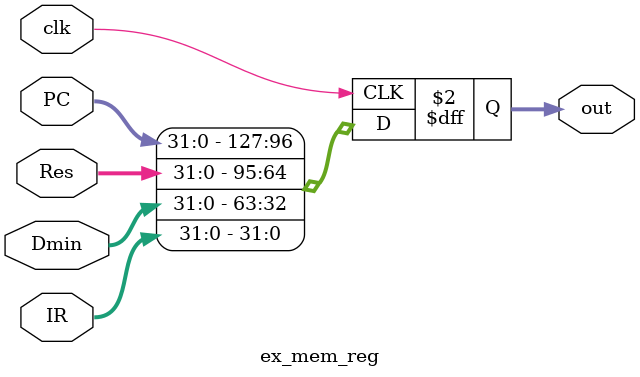
<source format=v>
module ex_mem_reg(clk,PC,Res,Dmin,IR,out);

input wire clk;
input wire[31:0] PC,Res,Dmin,IR;
output reg[127:0] out;

always@(negedge clk)begin
    out <= {PC,Res,Dmin,IR};
end

endmodule
</source>
